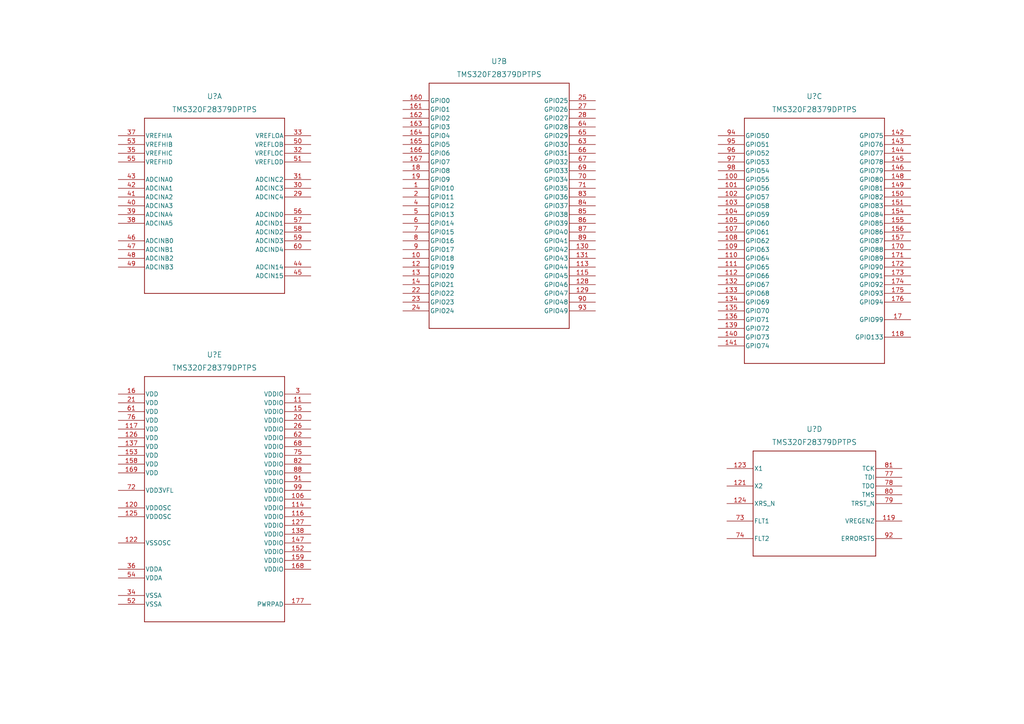
<source format=kicad_sch>
(kicad_sch (version 20211123) (generator eeschema)
  (paper "A4")
  (lib_symbols
    (symbol "TMS320F28379DPTPS:TMS320F28379DPTPS" (pin_names (offset 0.254))
      (property "Reference" "U" (at 0 2.54 0))
      (property "Value" "TMS320F28379DPTPS" (at 0 0 0))
      (symbol "TMS320F28379DPTPS_1_1"
        (polyline (pts (xy -20.32 -25.4) (xy 20.32 -25.4)) (stroke (width 0.2032)))
        (polyline (pts (xy -20.32 25.4) (xy -20.32 -25.4)) (stroke (width 0.2032)))
        (polyline (pts (xy 20.32 -25.4) (xy 20.32 25.4)) (stroke (width 0.2032)))
        (polyline (pts (xy 20.32 25.4) (xy -20.32 25.4)) (stroke (width 0.2032)))
        (pin input line (at 27.94 2.54 180) (length 7.62) (name "ADCINC4") (number "29"))
        (pin input line (at 27.94 5.08 180) (length 7.62) (name "ADCINC3") (number "30"))
        (pin input line (at 27.94 7.62 180) (length 7.62) (name "ADCINC2") (number "31"))
        (pin input line (at 27.94 15.24 180) (length 7.62) (name "VREFLOC") (number "32"))
        (pin input line (at 27.94 20.32 180) (length 7.62) (name "VREFLOA") (number "33"))
        (pin input line (at -27.94 15.24 0) (length 7.62) (name "VREFHIC") (number "35"))
        (pin input line (at -27.94 20.32 0) (length 7.62) (name "VREFHIA") (number "37"))
        (pin input line (at -27.94 -5.08 0) (length 7.62) (name "ADCINA5") (number "38"))
        (pin input line (at -27.94 -2.54 0) (length 7.62) (name "ADCINA4") (number "39"))
        (pin input line (at -27.94 0 0) (length 7.62) (name "ADCINA3") (number "40"))
        (pin input line (at -27.94 2.54 0) (length 7.62) (name "ADCINA2") (number "41"))
        (pin input line (at -27.94 5.08 0) (length 7.62) (name "ADCINA1") (number "42"))
        (pin input line (at -27.94 7.62 0) (length 7.62) (name "ADCINA0") (number "43"))
        (pin input line (at 27.94 -17.78 180) (length 7.62) (name "ADCIN14") (number "44"))
        (pin input line (at 27.94 -20.32 180) (length 7.62) (name "ADCIN15") (number "45"))
        (pin input line (at -27.94 -10.16 0) (length 7.62) (name "ADCINB0") (number "46"))
        (pin input line (at -27.94 -12.7 0) (length 7.62) (name "ADCINB1") (number "47"))
        (pin input line (at -27.94 -15.24 0) (length 7.62) (name "ADCINB2") (number "48"))
        (pin input line (at -27.94 -17.78 0) (length 7.62) (name "ADCINB3") (number "49"))
        (pin input line (at 27.94 17.78 180) (length 7.62) (name "VREFLOB") (number "50"))
        (pin input line (at 27.94 12.7 180) (length 7.62) (name "VREFLOD") (number "51"))
        (pin input line (at -27.94 17.78 0) (length 7.62) (name "VREFHIB") (number "53"))
        (pin input line (at -27.94 12.7 0) (length 7.62) (name "VREFHID") (number "55"))
        (pin input line (at 27.94 -2.54 180) (length 7.62) (name "ADCIND0") (number "56"))
        (pin input line (at 27.94 -5.08 180) (length 7.62) (name "ADCIND1") (number "57"))
        (pin input line (at 27.94 -7.62 180) (length 7.62) (name "ADCIND2") (number "58"))
        (pin input line (at 27.94 -10.16 180) (length 7.62) (name "ADCIND3") (number "59"))
        (pin input line (at 27.94 -12.7 180) (length 7.62) (name "ADCIND4") (number "60"))
      )
      (symbol "TMS320F28379DPTPS_2_1"
        (polyline (pts (xy -20.32 -35.56) (xy 20.32 -35.56)) (stroke (width 0.2032)))
        (polyline (pts (xy -20.32 35.56) (xy -20.32 -35.56)) (stroke (width 0.2032)))
        (polyline (pts (xy 20.32 -35.56) (xy 20.32 35.56)) (stroke (width 0.2032)))
        (polyline (pts (xy 20.32 35.56) (xy -20.32 35.56)) (stroke (width 0.2032)))
        (pin bidirectional line (at -27.94 5.08 0) (length 7.62) (name "GPIO10") (number "1"))
        (pin bidirectional line (at -27.94 -15.24 0) (length 7.62) (name "GPIO18") (number "10"))
        (pin bidirectional line (at 27.94 -17.78 180) (length 7.62) (name "GPIO44") (number "113"))
        (pin bidirectional line (at 27.94 -20.32 180) (length 7.62) (name "GPIO45") (number "115"))
        (pin bidirectional line (at -27.94 -17.78 0) (length 7.62) (name "GPIO19") (number "12"))
        (pin bidirectional line (at 27.94 -22.86 180) (length 7.62) (name "GPIO46") (number "128"))
        (pin bidirectional line (at 27.94 -25.4 180) (length 7.62) (name "GPIO47") (number "129"))
        (pin bidirectional line (at -27.94 -20.32 0) (length 7.62) (name "GPIO20") (number "13"))
        (pin bidirectional line (at 27.94 -12.7 180) (length 7.62) (name "GPIO42") (number "130"))
        (pin bidirectional line (at 27.94 -15.24 180) (length 7.62) (name "GPIO43") (number "131"))
        (pin bidirectional line (at -27.94 -22.86 0) (length 7.62) (name "GPIO21") (number "14"))
        (pin bidirectional line (at -27.94 30.48 0) (length 7.62) (name "GPIO0") (number "160"))
        (pin bidirectional line (at -27.94 27.94 0) (length 7.62) (name "GPIO1") (number "161"))
        (pin bidirectional line (at -27.94 25.4 0) (length 7.62) (name "GPIO2") (number "162"))
        (pin bidirectional line (at -27.94 22.86 0) (length 7.62) (name "GPIO3") (number "163"))
        (pin bidirectional line (at -27.94 20.32 0) (length 7.62) (name "GPIO4") (number "164"))
        (pin bidirectional line (at -27.94 17.78 0) (length 7.62) (name "GPIO5") (number "165"))
        (pin bidirectional line (at -27.94 15.24 0) (length 7.62) (name "GPIO6") (number "166"))
        (pin bidirectional line (at -27.94 12.7 0) (length 7.62) (name "GPIO7") (number "167"))
        (pin bidirectional line (at -27.94 10.16 0) (length 7.62) (name "GPIO8") (number "18"))
        (pin bidirectional line (at -27.94 7.62 0) (length 7.62) (name "GPIO9") (number "19"))
        (pin bidirectional line (at -27.94 2.54 0) (length 7.62) (name "GPIO11") (number "2"))
        (pin bidirectional line (at -27.94 -25.4 0) (length 7.62) (name "GPIO22") (number "22"))
        (pin bidirectional line (at -27.94 -27.94 0) (length 7.62) (name "GPIO23") (number "23"))
        (pin bidirectional line (at -27.94 -30.48 0) (length 7.62) (name "GPIO24") (number "24"))
        (pin bidirectional line (at 27.94 30.48 180) (length 7.62) (name "GPIO25") (number "25"))
        (pin bidirectional line (at 27.94 27.94 180) (length 7.62) (name "GPIO26") (number "27"))
        (pin bidirectional line (at 27.94 25.4 180) (length 7.62) (name "GPIO27") (number "28"))
        (pin bidirectional line (at -27.94 0 0) (length 7.62) (name "GPIO12") (number "4"))
        (pin bidirectional line (at -27.94 -2.54 0) (length 7.62) (name "GPIO13") (number "5"))
        (pin bidirectional line (at -27.94 -5.08 0) (length 7.62) (name "GPIO14") (number "6"))
        (pin bidirectional line (at 27.94 17.78 180) (length 7.62) (name "GPIO30") (number "63"))
        (pin bidirectional line (at 27.94 22.86 180) (length 7.62) (name "GPIO28") (number "64"))
        (pin bidirectional line (at 27.94 20.32 180) (length 7.62) (name "GPIO29") (number "65"))
        (pin bidirectional line (at 27.94 15.24 180) (length 7.62) (name "GPIO31") (number "66"))
        (pin bidirectional line (at 27.94 12.7 180) (length 7.62) (name "GPIO32") (number "67"))
        (pin bidirectional line (at 27.94 10.16 180) (length 7.62) (name "GPIO33") (number "69"))
        (pin bidirectional line (at -27.94 -7.62 0) (length 7.62) (name "GPIO15") (number "7"))
        (pin bidirectional line (at 27.94 7.62 180) (length 7.62) (name "GPIO34") (number "70"))
        (pin bidirectional line (at 27.94 5.08 180) (length 7.62) (name "GPIO35") (number "71"))
        (pin bidirectional line (at -27.94 -10.16 0) (length 7.62) (name "GPIO16") (number "8"))
        (pin bidirectional line (at 27.94 2.54 180) (length 7.62) (name "GPIO36") (number "83"))
        (pin bidirectional line (at 27.94 0 180) (length 7.62) (name "GPIO37") (number "84"))
        (pin bidirectional line (at 27.94 -2.54 180) (length 7.62) (name "GPIO38") (number "85"))
        (pin bidirectional line (at 27.94 -5.08 180) (length 7.62) (name "GPIO39") (number "86"))
        (pin bidirectional line (at 27.94 -7.62 180) (length 7.62) (name "GPIO40") (number "87"))
        (pin bidirectional line (at 27.94 -10.16 180) (length 7.62) (name "GPIO41") (number "89"))
        (pin bidirectional line (at -27.94 -12.7 0) (length 7.62) (name "GPIO17") (number "9"))
        (pin bidirectional line (at 27.94 -27.94 180) (length 7.62) (name "GPIO48") (number "90"))
        (pin bidirectional line (at 27.94 -30.48 180) (length 7.62) (name "GPIO49") (number "93"))
      )
      (symbol "TMS320F28379DPTPS_3_1"
        (polyline (pts (xy -20.32 -35.56) (xy 20.32 -35.56)) (stroke (width 0.2032)))
        (polyline (pts (xy -20.32 35.56) (xy -20.32 -35.56)) (stroke (width 0.2032)))
        (polyline (pts (xy 20.32 -35.56) (xy 20.32 35.56)) (stroke (width 0.2032)))
        (polyline (pts (xy 20.32 35.56) (xy -20.32 35.56)) (stroke (width 0.2032)))
        (pin bidirectional line (at -27.94 17.78 0) (length 7.62) (name "GPIO55") (number "100"))
        (pin bidirectional line (at -27.94 15.24 0) (length 7.62) (name "GPIO56") (number "101"))
        (pin bidirectional line (at -27.94 12.7 0) (length 7.62) (name "GPIO57") (number "102"))
        (pin bidirectional line (at -27.94 10.16 0) (length 7.62) (name "GPIO58") (number "103"))
        (pin bidirectional line (at -27.94 7.62 0) (length 7.62) (name "GPIO59") (number "104"))
        (pin bidirectional line (at -27.94 5.08 0) (length 7.62) (name "GPIO60") (number "105"))
        (pin bidirectional line (at -27.94 2.54 0) (length 7.62) (name "GPIO61") (number "107"))
        (pin bidirectional line (at -27.94 0 0) (length 7.62) (name "GPIO62") (number "108"))
        (pin bidirectional line (at -27.94 -2.54 0) (length 7.62) (name "GPIO63") (number "109"))
        (pin bidirectional line (at -27.94 -5.08 0) (length 7.62) (name "GPIO64") (number "110"))
        (pin bidirectional line (at -27.94 -7.62 0) (length 7.62) (name "GPIO65") (number "111"))
        (pin bidirectional line (at -27.94 -10.16 0) (length 7.62) (name "GPIO66") (number "112"))
        (pin bidirectional line (at 27.94 -27.94 180) (length 7.62) (name "GPIO133") (number "118"))
        (pin bidirectional line (at -27.94 -12.7 0) (length 7.62) (name "GPIO67") (number "132"))
        (pin bidirectional line (at -27.94 -15.24 0) (length 7.62) (name "GPIO68") (number "133"))
        (pin bidirectional line (at -27.94 -17.78 0) (length 7.62) (name "GPIO69") (number "134"))
        (pin bidirectional line (at -27.94 -20.32 0) (length 7.62) (name "GPIO70") (number "135"))
        (pin bidirectional line (at -27.94 -22.86 0) (length 7.62) (name "GPIO71") (number "136"))
        (pin bidirectional line (at -27.94 -25.4 0) (length 7.62) (name "GPIO72") (number "139"))
        (pin bidirectional line (at -27.94 -27.94 0) (length 7.62) (name "GPIO73") (number "140"))
        (pin bidirectional line (at -27.94 -30.48 0) (length 7.62) (name "GPIO74") (number "141"))
        (pin bidirectional line (at 27.94 30.48 180) (length 7.62) (name "GPIO75") (number "142"))
        (pin bidirectional line (at 27.94 27.94 180) (length 7.62) (name "GPIO76") (number "143"))
        (pin bidirectional line (at 27.94 25.4 180) (length 7.62) (name "GPIO77") (number "144"))
        (pin bidirectional line (at 27.94 22.86 180) (length 7.62) (name "GPIO78") (number "145"))
        (pin bidirectional line (at 27.94 20.32 180) (length 7.62) (name "GPIO79") (number "146"))
        (pin bidirectional line (at 27.94 17.78 180) (length 7.62) (name "GPIO80") (number "148"))
        (pin bidirectional line (at 27.94 15.24 180) (length 7.62) (name "GPIO81") (number "149"))
        (pin bidirectional line (at 27.94 12.7 180) (length 7.62) (name "GPIO82") (number "150"))
        (pin bidirectional line (at 27.94 10.16 180) (length 7.62) (name "GPIO83") (number "151"))
        (pin bidirectional line (at 27.94 7.62 180) (length 7.62) (name "GPIO84") (number "154"))
        (pin bidirectional line (at 27.94 5.08 180) (length 7.62) (name "GPIO85") (number "155"))
        (pin bidirectional line (at 27.94 2.54 180) (length 7.62) (name "GPIO86") (number "156"))
        (pin bidirectional line (at 27.94 0 180) (length 7.62) (name "GPIO87") (number "157"))
        (pin bidirectional line (at 27.94 -22.86 180) (length 7.62) (name "GPIO99") (number "17"))
        (pin bidirectional line (at 27.94 -2.54 180) (length 7.62) (name "GPIO88") (number "170"))
        (pin bidirectional line (at 27.94 -5.08 180) (length 7.62) (name "GPIO89") (number "171"))
        (pin bidirectional line (at 27.94 -7.62 180) (length 7.62) (name "GPIO90") (number "172"))
        (pin bidirectional line (at 27.94 -10.16 180) (length 7.62) (name "GPIO91") (number "173"))
        (pin bidirectional line (at 27.94 -12.7 180) (length 7.62) (name "GPIO92") (number "174"))
        (pin bidirectional line (at 27.94 -15.24 180) (length 7.62) (name "GPIO93") (number "175"))
        (pin bidirectional line (at 27.94 -17.78 180) (length 7.62) (name "GPIO94") (number "176"))
        (pin bidirectional line (at -27.94 30.48 0) (length 7.62) (name "GPIO50") (number "94"))
        (pin bidirectional line (at -27.94 27.94 0) (length 7.62) (name "GPIO51") (number "95"))
        (pin bidirectional line (at -27.94 25.4 0) (length 7.62) (name "GPIO52") (number "96"))
        (pin bidirectional line (at -27.94 22.86 0) (length 7.62) (name "GPIO53") (number "97"))
        (pin bidirectional line (at -27.94 20.32 0) (length 7.62) (name "GPIO54") (number "98"))
      )
      (symbol "TMS320F28379DPTPS_4_1"
        (polyline (pts (xy -17.78 -15.24) (xy 17.78 -15.24)) (stroke (width 0.2032)))
        (polyline (pts (xy -17.78 15.24) (xy -17.78 -15.24)) (stroke (width 0.2032)))
        (polyline (pts (xy 17.78 -15.24) (xy 17.78 15.24)) (stroke (width 0.2032)))
        (polyline (pts (xy 17.78 15.24) (xy -17.78 15.24)) (stroke (width 0.2032)))
        (pin input line (at 25.4 -5.08 180) (length 7.62) (name "VREGENZ") (number "119"))
        (pin output line (at -25.4 5.08 0) (length 7.62) (name "X2") (number "121"))
        (pin input line (at -25.4 10.16 0) (length 7.62) (name "X1") (number "123"))
        (pin bidirectional line (at -25.4 0 0) (length 7.62) (name "XRS_N") (number "124"))
        (pin bidirectional line (at -25.4 -5.08 0) (length 7.62) (name "FLT1") (number "73"))
        (pin bidirectional line (at -25.4 -10.16 0) (length 7.62) (name "FLT2") (number "74"))
        (pin input line (at 25.4 7.62 180) (length 7.62) (name "TDI") (number "77"))
        (pin output line (at 25.4 5.08 180) (length 7.62) (name "TDO") (number "78"))
        (pin input line (at 25.4 0 180) (length 7.62) (name "TRST_N") (number "79"))
        (pin input line (at 25.4 2.54 180) (length 7.62) (name "TMS") (number "80"))
        (pin input line (at 25.4 10.16 180) (length 7.62) (name "TCK") (number "81"))
        (pin output line (at 25.4 -10.16 180) (length 7.62) (name "ERRORSTS") (number "92"))
      )
      (symbol "TMS320F28379DPTPS_5_1"
        (polyline (pts (xy -20.32 -35.56) (xy 20.32 -35.56)) (stroke (width 0.2032)))
        (polyline (pts (xy -20.32 35.56) (xy -20.32 -35.56)) (stroke (width 0.2032)))
        (polyline (pts (xy 20.32 -35.56) (xy 20.32 35.56)) (stroke (width 0.2032)))
        (polyline (pts (xy 20.32 35.56) (xy -20.32 35.56)) (stroke (width 0.2032)))
        (pin power_in line (at 27.94 0 180) (length 7.62) (name "VDDIO") (number "106"))
        (pin power_in line (at 27.94 27.94 180) (length 7.62) (name "VDDIO") (number "11"))
        (pin power_in line (at 27.94 -2.54 180) (length 7.62) (name "VDDIO") (number "114"))
        (pin power_in line (at 27.94 -5.08 180) (length 7.62) (name "VDDIO") (number "116"))
        (pin power_in line (at -27.94 20.32 0) (length 7.62) (name "VDD") (number "117"))
        (pin power_in line (at -27.94 -2.54 0) (length 7.62) (name "VDDOSC") (number "120"))
        (pin power_in line (at -27.94 -12.7 0) (length 7.62) (name "VSSOSC") (number "122"))
        (pin power_in line (at -27.94 -5.08 0) (length 7.62) (name "VDDOSC") (number "125"))
        (pin power_in line (at -27.94 17.78 0) (length 7.62) (name "VDD") (number "126"))
        (pin power_in line (at 27.94 -7.62 180) (length 7.62) (name "VDDIO") (number "127"))
        (pin power_in line (at -27.94 15.24 0) (length 7.62) (name "VDD") (number "137"))
        (pin power_in line (at 27.94 -10.16 180) (length 7.62) (name "VDDIO") (number "138"))
        (pin power_in line (at 27.94 -12.7 180) (length 7.62) (name "VDDIO") (number "147"))
        (pin power_in line (at 27.94 25.4 180) (length 7.62) (name "VDDIO") (number "15"))
        (pin power_in line (at 27.94 -15.24 180) (length 7.62) (name "VDDIO") (number "152"))
        (pin power_in line (at -27.94 12.7 0) (length 7.62) (name "VDD") (number "153"))
        (pin power_in line (at -27.94 10.16 0) (length 7.62) (name "VDD") (number "158"))
        (pin power_in line (at 27.94 -17.78 180) (length 7.62) (name "VDDIO") (number "159"))
        (pin power_in line (at -27.94 30.48 0) (length 7.62) (name "VDD") (number "16"))
        (pin power_in line (at 27.94 -20.32 180) (length 7.62) (name "VDDIO") (number "168"))
        (pin power_in line (at -27.94 7.62 0) (length 7.62) (name "VDD") (number "169"))
        (pin power_in line (at 27.94 -30.48 180) (length 7.62) (name "PWRPAD") (number "177"))
        (pin power_in line (at 27.94 22.86 180) (length 7.62) (name "VDDIO") (number "20"))
        (pin power_in line (at -27.94 27.94 0) (length 7.62) (name "VDD") (number "21"))
        (pin power_in line (at 27.94 20.32 180) (length 7.62) (name "VDDIO") (number "26"))
        (pin power_in line (at 27.94 30.48 180) (length 7.62) (name "VDDIO") (number "3"))
        (pin power_in line (at -27.94 -27.94 0) (length 7.62) (name "VSSA") (number "34"))
        (pin power_in line (at -27.94 -20.32 0) (length 7.62) (name "VDDA") (number "36"))
        (pin power_in line (at -27.94 -30.48 0) (length 7.62) (name "VSSA") (number "52"))
        (pin power_in line (at -27.94 -22.86 0) (length 7.62) (name "VDDA") (number "54"))
        (pin power_in line (at -27.94 25.4 0) (length 7.62) (name "VDD") (number "61"))
        (pin power_in line (at 27.94 17.78 180) (length 7.62) (name "VDDIO") (number "62"))
        (pin power_in line (at 27.94 15.24 180) (length 7.62) (name "VDDIO") (number "68"))
        (pin power_in line (at -27.94 2.54 0) (length 7.62) (name "VDD3VFL") (number "72"))
        (pin power_in line (at 27.94 12.7 180) (length 7.62) (name "VDDIO") (number "75"))
        (pin power_in line (at -27.94 22.86 0) (length 7.62) (name "VDD") (number "76"))
        (pin power_in line (at 27.94 10.16 180) (length 7.62) (name "VDDIO") (number "82"))
        (pin power_in line (at 27.94 7.62 180) (length 7.62) (name "VDDIO") (number "88"))
        (pin power_in line (at 27.94 5.08 180) (length 7.62) (name "VDDIO") (number "91"))
        (pin power_in line (at 27.94 2.54 180) (length 7.62) (name "VDDIO") (number "99"))
      )
    )
  )
  (symbol (lib_id "TMS320F28379DPTPS:TMS320F28379DPTPS") (at 144.78 59.69 0) (unit 2)
    (property "Reference" "U?" (at 144.78 17.78 0) (effects (font (size 1.524 1.524))))
    (property "Value" "TMS320F28379DPTPS" (at 144.78 21.59 0) (effects (font (size 1.524 1.524))))
    (property "Footprint" "footprints:PTP0176F_N" (effects hide))
    (property "Datasheet" "TMS320F28379DPTPS" (effects hide))
  )
  (symbol (lib_id "TMS320F28379DPTPS:TMS320F28379DPTPS") (at 62.23 59.69 0) (unit 1)
    (property "Reference" "U?" (at 62.23 27.94 0) (effects (font (size 1.524 1.524))))
    (property "Value" "TMS320F28379DPTPS" (at 62.23 31.75 0) (effects (font (size 1.524 1.524))))
    (property "Footprint" "footprints:PTP0176F_N" (effects hide))
    (property "Datasheet" "TMS320F28379DPTPS" (effects hide))
  )
  (symbol (lib_id "TMS320F28379DPTPS:TMS320F28379DPTPS") (at 236.22 69.85 0) (unit 3)
    (property "Reference" "U?" (at 236.22 27.94 0) (effects (font (size 1.524 1.524))))
    (property "Value" "TMS320F28379DPTPS" (at 236.22 31.75 0) (effects (font (size 1.524 1.524))))
    (property "Footprint" "footprints:PTP0176F_N" (effects hide))
    (property "Datasheet" "TMS320F28379DPTPS" (effects hide))
  )
  (symbol (lib_id "TMS320F28379DPTPS:TMS320F28379DPTPS") (at 62.23 144.78 0) (unit 5)
    (property "Reference" "U?" (at 62.23 102.87 0) (effects (font (size 1.524 1.524))))
    (property "Value" "TMS320F28379DPTPS" (at 62.23 106.68 0) (effects (font (size 1.524 1.524))))
    (property "Footprint" "footprints:PTP0176F_N" (effects hide))
    (property "Datasheet" "TMS320F28379DPTPS" (effects hide))
  )
  (symbol (lib_id "TMS320F28379DPTPS:TMS320F28379DPTPS") (at 236.22 146.05 0) (unit 4)
    (property "Reference" "U?" (at 236.22 124.46 0) (effects (font (size 1.524 1.524))))
    (property "Value" "TMS320F28379DPTPS" (at 236.22 128.27 0) (effects (font (size 1.524 1.524))))
    (property "Footprint" "footprints:PTP0176F_N" (effects hide))
    (property "Datasheet" "TMS320F28379DPTPS" (effects hide))
  )
)
</source>
